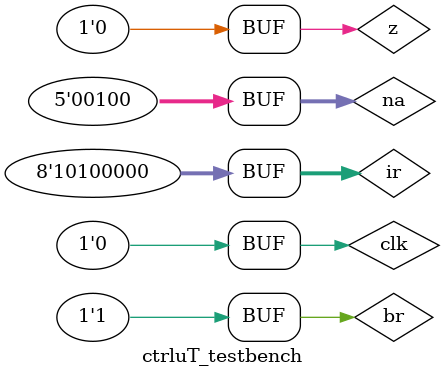
<source format=v>
`timescale 1us/10ns
module ctrluT_testbench();

	reg clk; // clock
	reg br,z;
	reg [7:0] ir;
	reg [4:0] na;
	wire [35:0] out;
	
	ctrlu_top ctrlu_top1(clk,br,z,ir,na,out);
	
	always
		begin
			clk = 1; #50; clk = 0; #50;
		end
	
	initial begin
		#60;
		br = 1'b1; na = 5'd0; z = 1'b0; ir = 8'd255; #100; // At the START of the machine - returns FETCH1
		
		br = 1'b0; na = 5'd1; z = 1'b0; ir = 8'd176; #100; // To release FETCH2 
		
		br = 1'b1; na = 5'bxxxxx; z = 1'b0; ir = 8'd176; #100; // To release LOAD1
		
		br = 1'b0; na = 5'd20; z = 1'b0; ir = 8'd176; #100; // To release LOAD2
				
		br = 1'b0; na = 5'd0; z = 1'b0; ir = 8'd176; #100; // To release FETCH1
		
		br = 1'b0; na = 5'd1; z = 1'b0; ir = 8'd64; #100; // To release FETCH2
		
		br = 1'b1; na = 5'bxxxxx; z = 1'b0; ir = 8'd64; #100; // To release SUB1
		
		br = 1'b0; na = 5'd0; z = 1'b0; ir = 8'd64; #100; // To release FETCH1
		
		br = 1'b0; na = 5'd1; z = 1'b0; ir = 8'd80; #100; // To release FETCH2
		
		br = 1'b1; na = 5'bxxxxx; z = 1'b0; ir = 8'd80; #100; // To release JMPNZY1
		
		br = 1'b1; na = 5'bxxxxx; z = 1'b1; ir = 8'd80; #100; // To release JMPNZN1
		
		br = 1'b0; na = 5'd11; z = 1'b1; ir = 8'd80; #100; // To release instruction according to naddr
		
		br = 1'b1; na = 5'bxxxxx; z = 1'b1; ir = 8'd0; #100; // Ignoring z flag when instruction is not JMPNZ
		
		br = 1'b1; na = 5'd4; z = 1'b1; ir = 8'd208; #100; // Random test - na shouldn't be taken as next address
		
		br = 1'b1; na = 5'd4; z = 1'b0; ir = 8'd160; #100; // Random test - na shouldn't be taken as next address
				
	end

endmodule
</source>
